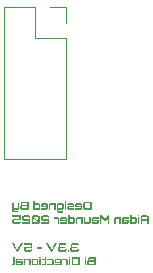
<source format=gbo>
G04 #@! TF.GenerationSoftware,KiCad,Pcbnew,8.0.5*
G04 #@! TF.CreationDate,2025-02-14T04:05:41-05:00*
G04 #@! TF.ProjectId,UTSM Adaptor,5554534d-2041-4646-9170-746f722e6b69,rev?*
G04 #@! TF.SameCoordinates,Original*
G04 #@! TF.FileFunction,Legend,Bot*
G04 #@! TF.FilePolarity,Positive*
%FSLAX46Y46*%
G04 Gerber Fmt 4.6, Leading zero omitted, Abs format (unit mm)*
G04 Created by KiCad (PCBNEW 8.0.5) date 2025-02-14 04:05:41*
%MOMM*%
%LPD*%
G01*
G04 APERTURE LIST*
G04 Aperture macros list*
%AMRoundRect*
0 Rectangle with rounded corners*
0 $1 Rounding radius*
0 $2 $3 $4 $5 $6 $7 $8 $9 X,Y pos of 4 corners*
0 Add a 4 corners polygon primitive as box body*
4,1,4,$2,$3,$4,$5,$6,$7,$8,$9,$2,$3,0*
0 Add four circle primitives for the rounded corners*
1,1,$1+$1,$2,$3*
1,1,$1+$1,$4,$5*
1,1,$1+$1,$6,$7*
1,1,$1+$1,$8,$9*
0 Add four rect primitives between the rounded corners*
20,1,$1+$1,$2,$3,$4,$5,0*
20,1,$1+$1,$4,$5,$6,$7,0*
20,1,$1+$1,$6,$7,$8,$9,0*
20,1,$1+$1,$8,$9,$2,$3,0*%
G04 Aperture macros list end*
%ADD10C,0.175000*%
%ADD11C,0.120000*%
%ADD12RoundRect,0.250000X0.625000X-0.350000X0.625000X0.350000X-0.625000X0.350000X-0.625000X-0.350000X0*%
%ADD13O,1.750000X1.200000*%
%ADD14R,1.700000X1.700000*%
%ADD15O,1.700000X1.700000*%
G04 APERTURE END LIST*
D10*
G36*
X118567675Y-72177000D02*
G01*
X117999200Y-72177000D01*
X117963339Y-72172426D01*
X117930641Y-72158706D01*
X117902517Y-72137078D01*
X117880718Y-72109124D01*
X117866741Y-72076341D01*
X117862082Y-72040565D01*
X117862082Y-71613311D01*
X117992703Y-71613311D01*
X117992703Y-72035094D01*
X117996294Y-72043472D01*
X118004671Y-72046891D01*
X118426967Y-72046891D01*
X118435516Y-72043472D01*
X118438935Y-72035094D01*
X118438935Y-71613311D01*
X118435516Y-71605105D01*
X118426967Y-71601515D01*
X118004671Y-71601515D01*
X117996294Y-71605105D01*
X117992703Y-71613311D01*
X117862082Y-71613311D01*
X117862082Y-71607840D01*
X117866741Y-71572108D01*
X117880718Y-71539452D01*
X117902517Y-71511413D01*
X117930641Y-71489871D01*
X117963339Y-71476023D01*
X117999200Y-71471406D01*
X118567675Y-71471406D01*
X118567675Y-72177000D01*
G37*
G36*
X117657602Y-71613183D02*
G01*
X117689745Y-71627160D01*
X117717228Y-71648659D01*
X117738813Y-71676228D01*
X117752662Y-71708243D01*
X117757278Y-71743420D01*
X117757278Y-72042275D01*
X117752662Y-72077367D01*
X117738813Y-72109466D01*
X117717228Y-72136950D01*
X117689745Y-72158535D01*
X117657602Y-72172383D01*
X117622382Y-72177000D01*
X117180083Y-72177000D01*
X117180083Y-72048601D01*
X117617082Y-72048601D01*
X117625460Y-72045182D01*
X117628879Y-72036804D01*
X117628879Y-71957303D01*
X117180083Y-71957303D01*
X117180083Y-71748720D01*
X117308652Y-71748720D01*
X117308652Y-71841727D01*
X117628879Y-71841727D01*
X117628879Y-71748720D01*
X117625460Y-71740513D01*
X117617082Y-71736923D01*
X117320620Y-71736923D01*
X117312243Y-71740513D01*
X117308652Y-71748720D01*
X117180083Y-71748720D01*
X117180083Y-71743420D01*
X117184656Y-71708413D01*
X117198377Y-71676228D01*
X117219705Y-71648531D01*
X117247103Y-71626989D01*
X117279331Y-71613140D01*
X117315149Y-71608524D01*
X117622382Y-71608524D01*
X117657602Y-71613183D01*
G37*
G36*
X116954403Y-72177000D02*
G01*
X116989622Y-72172383D01*
X117021765Y-72158535D01*
X117049248Y-72136950D01*
X117070833Y-72109466D01*
X117084682Y-72077367D01*
X117089298Y-72042275D01*
X117089298Y-72020220D01*
X116960899Y-72020220D01*
X116960899Y-72036804D01*
X116957480Y-72045182D01*
X116949103Y-72048601D01*
X116652641Y-72048601D01*
X116644263Y-72045182D01*
X116640673Y-72036804D01*
X116640673Y-71969100D01*
X116644263Y-71960893D01*
X116652641Y-71957303D01*
X116954403Y-71957303D01*
X116989622Y-71952687D01*
X117021765Y-71938838D01*
X117049248Y-71917253D01*
X117070833Y-71889770D01*
X117084682Y-71857670D01*
X117089298Y-71822579D01*
X117089298Y-71743420D01*
X117084682Y-71708243D01*
X117070833Y-71676228D01*
X117049248Y-71648659D01*
X117021765Y-71627160D01*
X116989622Y-71613183D01*
X116954403Y-71608524D01*
X116647170Y-71608524D01*
X116611351Y-71613183D01*
X116579123Y-71627160D01*
X116551555Y-71648659D01*
X116530055Y-71676228D01*
X116516078Y-71708243D01*
X116511419Y-71743420D01*
X116511419Y-71765475D01*
X116640673Y-71765475D01*
X116640673Y-71748720D01*
X116644263Y-71740513D01*
X116652641Y-71736923D01*
X116949103Y-71736923D01*
X116957480Y-71740513D01*
X116960899Y-71748720D01*
X116960899Y-71816424D01*
X116957480Y-71824801D01*
X116949103Y-71828221D01*
X116647170Y-71828221D01*
X116611351Y-71832880D01*
X116579123Y-71846856D01*
X116551555Y-71868356D01*
X116530055Y-71895925D01*
X116516078Y-71927939D01*
X116511419Y-71963116D01*
X116511419Y-72042275D01*
X116516078Y-72077367D01*
X116530055Y-72109466D01*
X116551555Y-72136950D01*
X116579123Y-72158535D01*
X116611351Y-72172383D01*
X116647170Y-72177000D01*
X116954403Y-72177000D01*
G37*
G36*
X116413112Y-72177000D02*
G01*
X116413112Y-71608524D01*
X116284713Y-71608524D01*
X116284713Y-72177000D01*
X116413112Y-72177000D01*
G37*
G36*
X116413112Y-71551420D02*
G01*
X116413112Y-71422338D01*
X116284713Y-71422338D01*
X116284713Y-71551420D01*
X116413112Y-71551420D01*
G37*
G36*
X116106263Y-71613183D02*
G01*
X116138534Y-71627160D01*
X116166274Y-71648659D01*
X116187944Y-71676228D01*
X116201793Y-71708243D01*
X116206409Y-71743420D01*
X116206409Y-72042275D01*
X116201793Y-72077153D01*
X116187944Y-72109295D01*
X116166402Y-72136993D01*
X116138705Y-72158535D01*
X116106391Y-72172383D01*
X116071001Y-72177000D01*
X115757271Y-72177000D01*
X115757271Y-72260262D01*
X115760861Y-72268468D01*
X115769068Y-72272059D01*
X116111692Y-72272059D01*
X116111692Y-72401483D01*
X115763597Y-72401483D01*
X115727949Y-72396910D01*
X115695551Y-72383189D01*
X115667982Y-72361861D01*
X115646824Y-72334463D01*
X115633360Y-72302192D01*
X115628872Y-72266246D01*
X115628872Y-71748720D01*
X115757271Y-71748720D01*
X115757271Y-72036804D01*
X115760861Y-72045182D01*
X115769068Y-72048601D01*
X116066213Y-72048601D01*
X116074591Y-72045182D01*
X116078010Y-72036804D01*
X116078010Y-71748720D01*
X116074591Y-71740513D01*
X116066213Y-71736923D01*
X115769068Y-71736923D01*
X115760861Y-71740513D01*
X115757271Y-71748720D01*
X115628872Y-71748720D01*
X115628872Y-71743420D01*
X115633403Y-71708243D01*
X115646995Y-71676228D01*
X115668110Y-71648659D01*
X115695551Y-71627160D01*
X115727778Y-71613183D01*
X115763597Y-71608524D01*
X116071001Y-71608524D01*
X116106263Y-71613183D01*
G37*
G36*
X115524752Y-72177000D02*
G01*
X115524752Y-71608524D01*
X115082452Y-71608524D01*
X115047104Y-71613183D01*
X115014919Y-71627160D01*
X114987307Y-71648659D01*
X114966022Y-71676228D01*
X114952301Y-71708243D01*
X114947728Y-71743420D01*
X114947728Y-72177000D01*
X115075955Y-72177000D01*
X115075955Y-71748720D01*
X115079546Y-71740513D01*
X115087923Y-71736923D01*
X115384385Y-71736923D01*
X115392934Y-71740513D01*
X115396524Y-71748720D01*
X115396524Y-72177000D01*
X115524752Y-72177000D01*
G37*
G36*
X114766842Y-71613183D02*
G01*
X114798984Y-71627160D01*
X114826467Y-71648659D01*
X114848052Y-71676228D01*
X114861901Y-71708243D01*
X114866517Y-71743420D01*
X114866517Y-72042275D01*
X114861901Y-72077367D01*
X114848052Y-72109466D01*
X114826467Y-72136950D01*
X114798984Y-72158535D01*
X114766842Y-72172383D01*
X114731622Y-72177000D01*
X114289322Y-72177000D01*
X114289322Y-72048601D01*
X114726322Y-72048601D01*
X114734699Y-72045182D01*
X114738119Y-72036804D01*
X114738119Y-71957303D01*
X114289322Y-71957303D01*
X114289322Y-71748720D01*
X114417892Y-71748720D01*
X114417892Y-71841727D01*
X114738119Y-71841727D01*
X114738119Y-71748720D01*
X114734699Y-71740513D01*
X114726322Y-71736923D01*
X114429860Y-71736923D01*
X114421482Y-71740513D01*
X114417892Y-71748720D01*
X114289322Y-71748720D01*
X114289322Y-71743420D01*
X114293896Y-71708413D01*
X114307616Y-71676228D01*
X114328945Y-71648531D01*
X114356343Y-71626989D01*
X114388570Y-71613140D01*
X114424389Y-71608524D01*
X114731622Y-71608524D01*
X114766842Y-71613183D01*
G37*
G36*
X113766667Y-71608524D02*
G01*
X114081081Y-71608524D01*
X114117027Y-71613183D01*
X114149298Y-71627160D01*
X114176696Y-71648659D01*
X114198024Y-71676228D01*
X114211616Y-71708243D01*
X114216147Y-71743420D01*
X114216147Y-72042275D01*
X114211574Y-72077153D01*
X114197853Y-72109295D01*
X114176525Y-72136993D01*
X114149127Y-72158535D01*
X114116899Y-72172383D01*
X114081081Y-72177000D01*
X113638269Y-72177000D01*
X113638269Y-71748720D01*
X113766667Y-71748720D01*
X113766667Y-72036804D01*
X113770257Y-72045182D01*
X113778464Y-72048601D01*
X114074926Y-72048601D01*
X114083474Y-72045182D01*
X114086894Y-72036804D01*
X114086894Y-71748720D01*
X114083474Y-71740513D01*
X114074926Y-71736923D01*
X113778464Y-71736923D01*
X113770257Y-71740513D01*
X113766667Y-71748720D01*
X113638269Y-71748720D01*
X113638269Y-71422338D01*
X113766667Y-71422338D01*
X113766667Y-71608524D01*
G37*
G36*
X113228283Y-72177000D02*
G01*
X112659807Y-72177000D01*
X112623946Y-72172426D01*
X112591248Y-72158706D01*
X112563252Y-72137078D01*
X112541496Y-72109124D01*
X112527391Y-72076341D01*
X112522689Y-72040565D01*
X112522689Y-71894728D01*
X112653310Y-71894728D01*
X112653310Y-72035094D01*
X112656901Y-72043472D01*
X112665278Y-72046891D01*
X113087061Y-72046891D01*
X113095439Y-72043472D01*
X113098858Y-72035094D01*
X113098858Y-71894728D01*
X113095439Y-71886521D01*
X113087061Y-71882931D01*
X112665278Y-71882931D01*
X112656901Y-71886521D01*
X112653310Y-71894728D01*
X112522689Y-71894728D01*
X112522689Y-71888744D01*
X112523675Y-71873407D01*
X112532777Y-71840018D01*
X112541280Y-71822002D01*
X112559619Y-71792830D01*
X112553122Y-71770775D01*
X112551070Y-71745642D01*
X112551070Y-71613311D01*
X112682033Y-71613311D01*
X112682033Y-71741026D01*
X112685453Y-71749404D01*
X112693659Y-71752823D01*
X113087061Y-71752823D01*
X113095439Y-71749404D01*
X113098858Y-71741026D01*
X113098858Y-71613311D01*
X113095439Y-71605105D01*
X113087061Y-71601515D01*
X112693659Y-71601515D01*
X112685453Y-71605105D01*
X112682033Y-71613311D01*
X112551070Y-71613311D01*
X112551070Y-71607840D01*
X112555772Y-71572108D01*
X112569877Y-71539452D01*
X112591590Y-71511413D01*
X112619458Y-71489871D01*
X112651943Y-71476023D01*
X112687504Y-71471406D01*
X113228283Y-71471406D01*
X113228283Y-72177000D01*
G37*
G36*
X112334964Y-72387464D02*
G01*
X112334964Y-72258210D01*
X111992341Y-72258210D01*
X111984134Y-72254620D01*
X111980544Y-72246413D01*
X111980544Y-72177000D01*
X112294274Y-72177000D01*
X112329664Y-72172383D01*
X112361978Y-72158535D01*
X112389675Y-72136993D01*
X112411217Y-72109295D01*
X112425066Y-72077153D01*
X112429682Y-72042275D01*
X112429682Y-71610576D01*
X112301454Y-71610576D01*
X112301454Y-72036804D01*
X112298035Y-72045182D01*
X112289486Y-72048601D01*
X111992341Y-72048601D01*
X111984134Y-72045182D01*
X111980544Y-72036804D01*
X111980544Y-71610576D01*
X111852145Y-71610576D01*
X111852145Y-72252397D01*
X111856633Y-72288344D01*
X111870097Y-72320614D01*
X111891254Y-72347969D01*
X111918823Y-72369170D01*
X111951265Y-72382890D01*
X111987040Y-72387464D01*
X112334964Y-72387464D01*
G37*
G36*
X123314272Y-72652023D02*
G01*
X123346970Y-72665871D01*
X123374924Y-72687413D01*
X123396552Y-72715452D01*
X123410400Y-72748108D01*
X123415016Y-72783840D01*
X123415016Y-73353000D01*
X123285592Y-73353000D01*
X123285592Y-73116206D01*
X122840044Y-73116206D01*
X122840044Y-73353000D01*
X122709423Y-73353000D01*
X122709423Y-72789311D01*
X122840044Y-72789311D01*
X122840044Y-72986098D01*
X123285592Y-72986098D01*
X123285592Y-72789311D01*
X123282173Y-72781105D01*
X123273624Y-72777515D01*
X122852012Y-72777515D01*
X122843635Y-72781105D01*
X122840044Y-72789311D01*
X122709423Y-72789311D01*
X122709423Y-72783840D01*
X122714082Y-72748108D01*
X122728059Y-72715452D01*
X122749858Y-72687413D01*
X122777982Y-72665871D01*
X122810680Y-72652023D01*
X122846541Y-72647406D01*
X123278411Y-72647406D01*
X123314272Y-72652023D01*
G37*
G36*
X122601541Y-73353000D02*
G01*
X122601541Y-72784524D01*
X122473143Y-72784524D01*
X122473143Y-73353000D01*
X122601541Y-73353000D01*
G37*
G36*
X122601541Y-72727420D02*
G01*
X122601541Y-72598338D01*
X122473143Y-72598338D01*
X122473143Y-72727420D01*
X122601541Y-72727420D01*
G37*
G36*
X121949291Y-72784524D02*
G01*
X122263705Y-72784524D01*
X122299651Y-72789183D01*
X122331922Y-72803160D01*
X122359319Y-72824659D01*
X122380648Y-72852228D01*
X122394240Y-72884243D01*
X122398771Y-72919420D01*
X122398771Y-73218275D01*
X122394197Y-73253153D01*
X122380477Y-73285295D01*
X122359149Y-73312993D01*
X122331751Y-73334535D01*
X122299523Y-73348383D01*
X122263705Y-73353000D01*
X121820892Y-73353000D01*
X121820892Y-72924720D01*
X121949291Y-72924720D01*
X121949291Y-73212804D01*
X121952881Y-73221182D01*
X121961088Y-73224601D01*
X122257550Y-73224601D01*
X122266098Y-73221182D01*
X122269518Y-73212804D01*
X122269518Y-72924720D01*
X122266098Y-72916513D01*
X122257550Y-72912923D01*
X121961088Y-72912923D01*
X121952881Y-72916513D01*
X121949291Y-72924720D01*
X121820892Y-72924720D01*
X121820892Y-72598338D01*
X121949291Y-72598338D01*
X121949291Y-72784524D01*
G37*
G36*
X121717284Y-72912923D02*
G01*
X121280627Y-72912923D01*
X121272250Y-72916513D01*
X121268659Y-72924720D01*
X121268659Y-73004221D01*
X121717284Y-73004221D01*
X121717284Y-73218275D01*
X121712754Y-73253367D01*
X121699162Y-73285466D01*
X121677748Y-73312950D01*
X121650093Y-73334535D01*
X121617823Y-73348383D01*
X121582560Y-73353000D01*
X121140090Y-73353000D01*
X121140090Y-73224601D01*
X121268659Y-73224601D01*
X121577089Y-73224601D01*
X121585467Y-73221182D01*
X121588886Y-73212804D01*
X121588886Y-73119796D01*
X121268659Y-73119796D01*
X121268659Y-73224601D01*
X121140090Y-73224601D01*
X121140090Y-72919420D01*
X121144663Y-72884413D01*
X121158384Y-72852228D01*
X121179712Y-72824531D01*
X121207110Y-72802989D01*
X121239338Y-72789140D01*
X121275156Y-72784524D01*
X121717284Y-72784524D01*
X121717284Y-72912923D01*
G37*
G36*
X121045714Y-73353000D02*
G01*
X121045714Y-72784524D01*
X120603415Y-72784524D01*
X120568067Y-72789183D01*
X120535882Y-72803160D01*
X120508270Y-72824659D01*
X120486984Y-72852228D01*
X120473264Y-72884243D01*
X120468691Y-72919420D01*
X120468691Y-73353000D01*
X120596918Y-73353000D01*
X120596918Y-72924720D01*
X120600508Y-72916513D01*
X120608886Y-72912923D01*
X120905348Y-72912923D01*
X120913896Y-72916513D01*
X120917487Y-72924720D01*
X120917487Y-73353000D01*
X121045714Y-73353000D01*
G37*
G36*
X120062466Y-73353000D02*
G01*
X120062466Y-72647406D01*
X119920561Y-72647406D01*
X119664790Y-72952417D01*
X119409531Y-72647406D01*
X119266942Y-72647406D01*
X119266942Y-73353000D01*
X119397051Y-73353000D01*
X119397051Y-72835473D01*
X119664790Y-73154503D01*
X119933042Y-72836157D01*
X119933042Y-73353000D01*
X120062466Y-73353000D01*
G37*
G36*
X119164360Y-72912923D02*
G01*
X118727703Y-72912923D01*
X118719326Y-72916513D01*
X118715735Y-72924720D01*
X118715735Y-73004221D01*
X119164360Y-73004221D01*
X119164360Y-73218275D01*
X119159830Y-73253367D01*
X119146238Y-73285466D01*
X119124824Y-73312950D01*
X119097169Y-73334535D01*
X119064899Y-73348383D01*
X119029636Y-73353000D01*
X118587166Y-73353000D01*
X118587166Y-73224601D01*
X118715735Y-73224601D01*
X119024165Y-73224601D01*
X119032543Y-73221182D01*
X119035962Y-73212804D01*
X119035962Y-73119796D01*
X118715735Y-73119796D01*
X118715735Y-73224601D01*
X118587166Y-73224601D01*
X118587166Y-72919420D01*
X118591739Y-72884413D01*
X118605460Y-72852228D01*
X118626788Y-72824531D01*
X118654186Y-72802989D01*
X118686414Y-72789140D01*
X118722232Y-72784524D01*
X119164360Y-72784524D01*
X119164360Y-72912923D01*
G37*
G36*
X118348834Y-73353000D02*
G01*
X118384224Y-73348383D01*
X118416538Y-73334535D01*
X118444064Y-73312950D01*
X118465435Y-73285466D01*
X118479027Y-73253367D01*
X118483558Y-73218275D01*
X118483558Y-72784524D01*
X118355330Y-72784524D01*
X118355330Y-73212804D01*
X118351911Y-73221182D01*
X118343363Y-73224601D01*
X118046901Y-73224601D01*
X118038523Y-73221182D01*
X118034762Y-73212804D01*
X118034762Y-72784524D01*
X117906363Y-72784524D01*
X117906363Y-73218275D01*
X117910937Y-73253367D01*
X117924657Y-73285466D01*
X117945900Y-73312950D01*
X117973384Y-73334535D01*
X118005654Y-73348383D01*
X118041601Y-73353000D01*
X118348834Y-73353000D01*
G37*
G36*
X117800020Y-73353000D02*
G01*
X117800020Y-72784524D01*
X117357721Y-72784524D01*
X117322373Y-72789183D01*
X117290187Y-72803160D01*
X117262576Y-72824659D01*
X117241290Y-72852228D01*
X117227570Y-72884243D01*
X117222996Y-72919420D01*
X117222996Y-73353000D01*
X117351224Y-73353000D01*
X117351224Y-72924720D01*
X117354814Y-72916513D01*
X117363192Y-72912923D01*
X117659654Y-72912923D01*
X117668202Y-72916513D01*
X117671792Y-72924720D01*
X117671792Y-73353000D01*
X117800020Y-73353000D01*
G37*
G36*
X116699144Y-72784524D02*
G01*
X117013558Y-72784524D01*
X117049504Y-72789183D01*
X117081775Y-72803160D01*
X117109173Y-72824659D01*
X117130501Y-72852228D01*
X117144094Y-72884243D01*
X117148624Y-72919420D01*
X117148624Y-73218275D01*
X117144051Y-73253153D01*
X117130330Y-73285295D01*
X117109002Y-73312993D01*
X117081604Y-73334535D01*
X117049376Y-73348383D01*
X117013558Y-73353000D01*
X116570746Y-73353000D01*
X116570746Y-72924720D01*
X116699144Y-72924720D01*
X116699144Y-73212804D01*
X116702735Y-73221182D01*
X116710941Y-73224601D01*
X117007403Y-73224601D01*
X117015952Y-73221182D01*
X117019371Y-73212804D01*
X117019371Y-72924720D01*
X117015952Y-72916513D01*
X117007403Y-72912923D01*
X116710941Y-72912923D01*
X116702735Y-72916513D01*
X116699144Y-72924720D01*
X116570746Y-72924720D01*
X116570746Y-72598338D01*
X116699144Y-72598338D01*
X116699144Y-72784524D01*
G37*
G36*
X116389688Y-72789183D02*
G01*
X116421831Y-72803160D01*
X116449314Y-72824659D01*
X116470899Y-72852228D01*
X116484748Y-72884243D01*
X116489364Y-72919420D01*
X116489364Y-73218275D01*
X116484748Y-73253367D01*
X116470899Y-73285466D01*
X116449314Y-73312950D01*
X116421831Y-73334535D01*
X116389688Y-73348383D01*
X116354469Y-73353000D01*
X115912169Y-73353000D01*
X115912169Y-73224601D01*
X116349169Y-73224601D01*
X116357546Y-73221182D01*
X116360966Y-73212804D01*
X116360966Y-73133303D01*
X115912169Y-73133303D01*
X115912169Y-72924720D01*
X116040739Y-72924720D01*
X116040739Y-73017727D01*
X116360966Y-73017727D01*
X116360966Y-72924720D01*
X116357546Y-72916513D01*
X116349169Y-72912923D01*
X116052707Y-72912923D01*
X116044329Y-72916513D01*
X116040739Y-72924720D01*
X115912169Y-72924720D01*
X115912169Y-72919420D01*
X115916743Y-72884413D01*
X115930463Y-72852228D01*
X115951792Y-72824531D01*
X115979190Y-72802989D01*
X116011417Y-72789140D01*
X116047236Y-72784524D01*
X116354469Y-72784524D01*
X116389688Y-72789183D01*
G37*
G36*
X115816768Y-73353000D02*
G01*
X115816768Y-72919420D01*
X115812152Y-72884243D01*
X115798303Y-72852228D01*
X115776633Y-72824659D01*
X115748893Y-72803160D01*
X115716622Y-72789183D01*
X115681360Y-72784524D01*
X115365920Y-72784524D01*
X115365920Y-72912923D01*
X115676573Y-72912923D01*
X115684950Y-72916513D01*
X115688370Y-72924720D01*
X115688370Y-73353000D01*
X115816768Y-73353000D01*
G37*
G36*
X115000728Y-73353000D02*
G01*
X115000728Y-73082354D01*
X114996155Y-73046408D01*
X114982434Y-73014137D01*
X114960978Y-72986696D01*
X114933537Y-72965581D01*
X114901266Y-72951989D01*
X114865320Y-72947459D01*
X114441998Y-72947459D01*
X114433792Y-72944039D01*
X114430201Y-72935662D01*
X114430201Y-72787602D01*
X114433792Y-72779224D01*
X114441998Y-72775634D01*
X114860533Y-72775634D01*
X114869081Y-72779224D01*
X114872501Y-72787602D01*
X114872501Y-72835302D01*
X115000728Y-72835302D01*
X115000728Y-72782131D01*
X114996155Y-72746312D01*
X114982434Y-72714085D01*
X114960978Y-72686601D01*
X114933537Y-72665358D01*
X114901266Y-72651638D01*
X114865320Y-72647064D01*
X114437211Y-72647064D01*
X114401820Y-72651638D01*
X114369507Y-72665358D01*
X114341810Y-72686687D01*
X114320268Y-72714085D01*
X114306419Y-72746312D01*
X114301803Y-72782131D01*
X114301803Y-72941133D01*
X114306419Y-72976524D01*
X114320268Y-73008837D01*
X114341810Y-73036534D01*
X114369507Y-73058076D01*
X114401820Y-73071925D01*
X114437211Y-73076541D01*
X114860533Y-73076541D01*
X114869081Y-73080131D01*
X114872501Y-73088338D01*
X114872501Y-73212804D01*
X114869081Y-73221182D01*
X114860533Y-73224601D01*
X114301803Y-73224601D01*
X114301803Y-73353000D01*
X115000728Y-73353000D01*
G37*
G36*
X114087919Y-72652151D02*
G01*
X114120233Y-72666384D01*
X114147802Y-72688311D01*
X114169301Y-72716478D01*
X114183022Y-72749304D01*
X114187595Y-72785208D01*
X114187595Y-73211436D01*
X114183022Y-73246827D01*
X114169301Y-73280166D01*
X114147802Y-73309488D01*
X114120233Y-73332825D01*
X114087919Y-73347956D01*
X114052187Y-73353000D01*
X113624078Y-73353000D01*
X113588730Y-73347956D01*
X113556545Y-73332825D01*
X113528848Y-73309488D01*
X113507305Y-73280166D01*
X113493329Y-73246827D01*
X113488670Y-73211436D01*
X113488670Y-73205965D01*
X113617068Y-73205965D01*
X113620658Y-73214514D01*
X113628865Y-73217933D01*
X114000896Y-73217933D01*
X113617068Y-72898048D01*
X113617068Y-73205965D01*
X113488670Y-73205965D01*
X113488670Y-72785208D01*
X113489513Y-72778711D01*
X113675711Y-72778711D01*
X114059367Y-73098596D01*
X114059367Y-72790679D01*
X114055948Y-72782302D01*
X114047400Y-72778711D01*
X113675711Y-72778711D01*
X113489513Y-72778711D01*
X113493329Y-72749304D01*
X113507305Y-72716478D01*
X113528848Y-72688311D01*
X113556545Y-72666384D01*
X113588730Y-72652151D01*
X113624078Y-72647406D01*
X114052187Y-72647406D01*
X114087919Y-72652151D01*
G37*
G36*
X113370358Y-73353000D02*
G01*
X113370358Y-73082354D01*
X113365785Y-73046408D01*
X113352065Y-73014137D01*
X113330608Y-72986696D01*
X113303167Y-72965581D01*
X113270897Y-72951989D01*
X113234950Y-72947459D01*
X112811628Y-72947459D01*
X112803422Y-72944039D01*
X112799832Y-72935662D01*
X112799832Y-72787602D01*
X112803422Y-72779224D01*
X112811628Y-72775634D01*
X113230163Y-72775634D01*
X113238712Y-72779224D01*
X113242131Y-72787602D01*
X113242131Y-72835302D01*
X113370358Y-72835302D01*
X113370358Y-72782131D01*
X113365785Y-72746312D01*
X113352065Y-72714085D01*
X113330608Y-72686601D01*
X113303167Y-72665358D01*
X113270897Y-72651638D01*
X113234950Y-72647064D01*
X112806841Y-72647064D01*
X112771451Y-72651638D01*
X112739137Y-72665358D01*
X112711440Y-72686687D01*
X112689898Y-72714085D01*
X112676049Y-72746312D01*
X112671433Y-72782131D01*
X112671433Y-72941133D01*
X112676049Y-72976524D01*
X112689898Y-73008837D01*
X112711440Y-73036534D01*
X112739137Y-73058076D01*
X112771451Y-73071925D01*
X112806841Y-73076541D01*
X113230163Y-73076541D01*
X113238712Y-73080131D01*
X113242131Y-73088338D01*
X113242131Y-73212804D01*
X113238712Y-73221182D01*
X113230163Y-73224601D01*
X112671433Y-73224601D01*
X112671433Y-73353000D01*
X113370358Y-73353000D01*
G37*
G36*
X112421817Y-73353000D02*
G01*
X112457763Y-73348383D01*
X112490034Y-73334535D01*
X112517475Y-73312950D01*
X112538931Y-73285466D01*
X112552652Y-73253367D01*
X112557225Y-73218275D01*
X112557225Y-73171600D01*
X112428998Y-73171600D01*
X112428998Y-73212804D01*
X112425578Y-73221182D01*
X112417030Y-73224601D01*
X111998495Y-73224601D01*
X111990289Y-73221182D01*
X111986698Y-73212804D01*
X111986698Y-73069873D01*
X111990289Y-73061496D01*
X111998495Y-73057905D01*
X112557225Y-73057905D01*
X112557225Y-72647064D01*
X111858300Y-72647064D01*
X111858300Y-72775634D01*
X112417030Y-72775634D01*
X112425578Y-72779224D01*
X112428998Y-72787602D01*
X112428998Y-72916855D01*
X112425578Y-72925404D01*
X112417030Y-72928994D01*
X111993708Y-72928994D01*
X111958317Y-72933482D01*
X111926004Y-72946946D01*
X111898307Y-72968018D01*
X111876765Y-72995672D01*
X111862916Y-73028071D01*
X111858300Y-73063718D01*
X111858300Y-73218275D01*
X111862959Y-73253367D01*
X111876936Y-73285466D01*
X111898478Y-73312950D01*
X111926175Y-73334535D01*
X111958445Y-73348383D01*
X111993708Y-73353000D01*
X112421817Y-73353000D01*
G37*
G36*
X117336349Y-75705000D02*
G01*
X117372296Y-75700383D01*
X117404566Y-75686535D01*
X117432050Y-75664950D01*
X117453635Y-75637466D01*
X117467483Y-75605367D01*
X117472100Y-75570275D01*
X117472100Y-75527533D01*
X117343530Y-75527533D01*
X117343530Y-75564804D01*
X117340111Y-75573182D01*
X117331562Y-75576601D01*
X116913028Y-75576601D01*
X116904821Y-75573182D01*
X116901231Y-75564804D01*
X116901231Y-75424096D01*
X116904821Y-75415889D01*
X116913028Y-75412299D01*
X117350369Y-75412299D01*
X117350369Y-75283900D01*
X116941067Y-75283900D01*
X116932689Y-75280481D01*
X116929099Y-75272103D01*
X116929099Y-75139602D01*
X116932689Y-75131224D01*
X116941067Y-75127634D01*
X117331562Y-75127634D01*
X117340111Y-75131224D01*
X117343530Y-75139602D01*
X117343530Y-75185422D01*
X117472100Y-75185422D01*
X117472100Y-75134131D01*
X117467483Y-75098312D01*
X117453635Y-75066085D01*
X117432135Y-75038687D01*
X117404566Y-75017358D01*
X117372125Y-75003638D01*
X117336349Y-74999064D01*
X116935596Y-74999064D01*
X116899778Y-75003638D01*
X116867550Y-75017358D01*
X116840109Y-75038601D01*
X116818994Y-75066085D01*
X116805402Y-75098312D01*
X116800871Y-75134131D01*
X116800871Y-75277404D01*
X116802923Y-75301681D01*
X116808565Y-75324420D01*
X116788318Y-75353571D01*
X116781894Y-75368531D01*
X116773717Y-75402787D01*
X116772832Y-75418625D01*
X116772832Y-75570275D01*
X116777406Y-75605367D01*
X116791126Y-75637466D01*
X116812412Y-75664950D01*
X116840024Y-75686535D01*
X116872337Y-75700383D01*
X116907728Y-75705000D01*
X117336349Y-75705000D01*
G37*
G36*
X116662044Y-75705000D02*
G01*
X116662044Y-75576601D01*
X116533816Y-75576601D01*
X116533816Y-75705000D01*
X116662044Y-75705000D01*
G37*
G36*
X116305058Y-75705000D02*
G01*
X116341005Y-75700383D01*
X116373275Y-75686535D01*
X116400759Y-75664950D01*
X116422344Y-75637466D01*
X116436192Y-75605367D01*
X116440809Y-75570275D01*
X116440809Y-75527533D01*
X116312239Y-75527533D01*
X116312239Y-75564804D01*
X116308820Y-75573182D01*
X116300271Y-75576601D01*
X115881737Y-75576601D01*
X115873530Y-75573182D01*
X115869940Y-75564804D01*
X115869940Y-75424096D01*
X115873530Y-75415889D01*
X115881737Y-75412299D01*
X116319078Y-75412299D01*
X116319078Y-75283900D01*
X115909776Y-75283900D01*
X115901398Y-75280481D01*
X115897808Y-75272103D01*
X115897808Y-75139602D01*
X115901398Y-75131224D01*
X115909776Y-75127634D01*
X116300271Y-75127634D01*
X116308820Y-75131224D01*
X116312239Y-75139602D01*
X116312239Y-75185422D01*
X116440809Y-75185422D01*
X116440809Y-75134131D01*
X116436192Y-75098312D01*
X116422344Y-75066085D01*
X116400844Y-75038687D01*
X116373275Y-75017358D01*
X116340834Y-75003638D01*
X116305058Y-74999064D01*
X115904305Y-74999064D01*
X115868487Y-75003638D01*
X115836259Y-75017358D01*
X115808818Y-75038601D01*
X115787703Y-75066085D01*
X115774111Y-75098312D01*
X115769580Y-75134131D01*
X115769580Y-75277404D01*
X115771632Y-75301681D01*
X115777274Y-75324420D01*
X115757027Y-75353571D01*
X115750603Y-75368531D01*
X115742426Y-75402787D01*
X115741541Y-75418625D01*
X115741541Y-75570275D01*
X115746115Y-75605367D01*
X115759835Y-75637466D01*
X115781121Y-75664950D01*
X115808733Y-75686535D01*
X115841046Y-75700383D01*
X115876437Y-75705000D01*
X116305058Y-75705000D01*
G37*
G36*
X115240770Y-75705000D02*
G01*
X115649389Y-74999406D01*
X115498935Y-74999406D01*
X115182640Y-75547878D01*
X114866517Y-74999406D01*
X114716747Y-74999406D01*
X115125024Y-75705000D01*
X115240770Y-75705000D01*
G37*
G36*
X114343691Y-75479490D02*
G01*
X114343691Y-75351092D01*
X113943279Y-75351092D01*
X113943279Y-75479490D01*
X114343691Y-75479490D01*
G37*
G36*
X113404553Y-75705000D02*
G01*
X113440499Y-75700383D01*
X113472770Y-75686535D01*
X113500210Y-75664950D01*
X113521667Y-75637466D01*
X113535387Y-75605367D01*
X113539961Y-75570275D01*
X113539961Y-75523600D01*
X113411733Y-75523600D01*
X113411733Y-75564804D01*
X113408314Y-75573182D01*
X113399765Y-75576601D01*
X112981231Y-75576601D01*
X112973024Y-75573182D01*
X112969434Y-75564804D01*
X112969434Y-75421873D01*
X112973024Y-75413496D01*
X112981231Y-75409905D01*
X113539961Y-75409905D01*
X113539961Y-74999064D01*
X112841035Y-74999064D01*
X112841035Y-75127634D01*
X113399765Y-75127634D01*
X113408314Y-75131224D01*
X113411733Y-75139602D01*
X113411733Y-75268855D01*
X113408314Y-75277404D01*
X113399765Y-75280994D01*
X112976444Y-75280994D01*
X112941053Y-75285482D01*
X112908740Y-75298946D01*
X112881042Y-75320018D01*
X112859500Y-75347672D01*
X112845652Y-75380071D01*
X112841035Y-75415718D01*
X112841035Y-75570275D01*
X112845694Y-75605367D01*
X112859671Y-75637466D01*
X112881213Y-75664950D01*
X112908911Y-75686535D01*
X112941181Y-75700383D01*
X112976444Y-75705000D01*
X113404553Y-75705000D01*
G37*
G36*
X112339751Y-75705000D02*
G01*
X112748370Y-74999406D01*
X112597916Y-74999406D01*
X112281622Y-75547878D01*
X111965498Y-74999406D01*
X111815728Y-74999406D01*
X112224005Y-75705000D01*
X112339751Y-75705000D01*
G37*
G36*
X118913377Y-76881000D02*
G01*
X118344901Y-76881000D01*
X118309040Y-76876426D01*
X118276342Y-76862706D01*
X118248346Y-76841078D01*
X118226590Y-76813124D01*
X118212485Y-76780341D01*
X118207783Y-76744565D01*
X118207783Y-76598728D01*
X118338405Y-76598728D01*
X118338405Y-76739094D01*
X118341995Y-76747472D01*
X118350372Y-76750891D01*
X118772155Y-76750891D01*
X118780533Y-76747472D01*
X118783952Y-76739094D01*
X118783952Y-76598728D01*
X118780533Y-76590521D01*
X118772155Y-76586931D01*
X118350372Y-76586931D01*
X118341995Y-76590521D01*
X118338405Y-76598728D01*
X118207783Y-76598728D01*
X118207783Y-76592744D01*
X118208769Y-76577407D01*
X118217871Y-76544018D01*
X118226374Y-76526002D01*
X118244713Y-76496830D01*
X118238216Y-76474775D01*
X118236165Y-76449642D01*
X118236165Y-76317311D01*
X118367128Y-76317311D01*
X118367128Y-76445026D01*
X118370547Y-76453404D01*
X118378753Y-76456823D01*
X118772155Y-76456823D01*
X118780533Y-76453404D01*
X118783952Y-76445026D01*
X118783952Y-76317311D01*
X118780533Y-76309105D01*
X118772155Y-76305515D01*
X118378753Y-76305515D01*
X118370547Y-76309105D01*
X118367128Y-76317311D01*
X118236165Y-76317311D01*
X118236165Y-76311840D01*
X118240866Y-76276108D01*
X118254971Y-76243452D01*
X118276684Y-76215413D01*
X118304552Y-76193871D01*
X118337037Y-76180023D01*
X118372599Y-76175406D01*
X118913377Y-76175406D01*
X118913377Y-76881000D01*
G37*
G36*
X118105031Y-76881000D02*
G01*
X118105031Y-76312524D01*
X117976632Y-76312524D01*
X117976632Y-76881000D01*
X118105031Y-76881000D01*
G37*
G36*
X118105031Y-76255420D02*
G01*
X118105031Y-76126338D01*
X117976632Y-76126338D01*
X117976632Y-76255420D01*
X118105031Y-76255420D01*
G37*
G36*
X117582204Y-76881000D02*
G01*
X117013729Y-76881000D01*
X116977868Y-76876426D01*
X116945170Y-76862706D01*
X116917046Y-76841078D01*
X116895247Y-76813124D01*
X116881270Y-76780341D01*
X116876611Y-76744565D01*
X116876611Y-76317311D01*
X117007232Y-76317311D01*
X117007232Y-76739094D01*
X117010823Y-76747472D01*
X117019200Y-76750891D01*
X117441496Y-76750891D01*
X117450044Y-76747472D01*
X117453464Y-76739094D01*
X117453464Y-76317311D01*
X117450044Y-76309105D01*
X117441496Y-76305515D01*
X117019200Y-76305515D01*
X117010823Y-76309105D01*
X117007232Y-76317311D01*
X116876611Y-76317311D01*
X116876611Y-76311840D01*
X116881270Y-76276108D01*
X116895247Y-76243452D01*
X116917046Y-76215413D01*
X116945170Y-76193871D01*
X116977868Y-76180023D01*
X117013729Y-76175406D01*
X117582204Y-76175406D01*
X117582204Y-76881000D01*
G37*
G36*
X116777619Y-76881000D02*
G01*
X116777619Y-76312524D01*
X116649221Y-76312524D01*
X116649221Y-76881000D01*
X116777619Y-76881000D01*
G37*
G36*
X116777619Y-76255420D02*
G01*
X116777619Y-76126338D01*
X116649221Y-76126338D01*
X116649221Y-76255420D01*
X116777619Y-76255420D01*
G37*
G36*
X116539629Y-76881000D02*
G01*
X116539629Y-76447420D01*
X116535013Y-76412243D01*
X116521165Y-76380228D01*
X116499494Y-76352659D01*
X116471754Y-76331160D01*
X116439484Y-76317183D01*
X116404221Y-76312524D01*
X116088781Y-76312524D01*
X116088781Y-76440923D01*
X116399434Y-76440923D01*
X116407811Y-76444513D01*
X116411231Y-76452720D01*
X116411231Y-76881000D01*
X116539629Y-76881000D01*
G37*
G36*
X115922599Y-76317183D02*
G01*
X115954741Y-76331160D01*
X115982224Y-76352659D01*
X116003809Y-76380228D01*
X116017658Y-76412243D01*
X116022274Y-76447420D01*
X116022274Y-76746275D01*
X116017658Y-76781367D01*
X116003809Y-76813466D01*
X115982224Y-76840950D01*
X115954741Y-76862535D01*
X115922599Y-76876383D01*
X115887379Y-76881000D01*
X115445079Y-76881000D01*
X115445079Y-76752601D01*
X115882079Y-76752601D01*
X115890456Y-76749182D01*
X115893876Y-76740804D01*
X115893876Y-76661303D01*
X115445079Y-76661303D01*
X115445079Y-76452720D01*
X115573649Y-76452720D01*
X115573649Y-76545727D01*
X115893876Y-76545727D01*
X115893876Y-76452720D01*
X115890456Y-76444513D01*
X115882079Y-76440923D01*
X115585617Y-76440923D01*
X115577239Y-76444513D01*
X115573649Y-76452720D01*
X115445079Y-76452720D01*
X115445079Y-76447420D01*
X115449653Y-76412413D01*
X115463373Y-76380228D01*
X115484702Y-76352531D01*
X115512100Y-76330989D01*
X115544327Y-76317140D01*
X115580146Y-76312524D01*
X115887379Y-76312524D01*
X115922599Y-76317183D01*
G37*
G36*
X115232222Y-76881000D02*
G01*
X115267442Y-76876383D01*
X115299584Y-76862535D01*
X115327067Y-76840950D01*
X115348652Y-76813466D01*
X115362501Y-76781367D01*
X115367117Y-76746275D01*
X115367117Y-76447420D01*
X115362501Y-76412243D01*
X115348652Y-76380228D01*
X115327067Y-76352659D01*
X115299584Y-76331160D01*
X115267442Y-76317183D01*
X115232222Y-76312524D01*
X114791119Y-76312524D01*
X114791119Y-76440923D01*
X115226922Y-76440923D01*
X115235299Y-76444513D01*
X115238719Y-76452720D01*
X115238719Y-76740804D01*
X115235299Y-76749182D01*
X115226922Y-76752601D01*
X114789922Y-76752601D01*
X114789922Y-76881000D01*
X115232222Y-76881000D01*
G37*
G36*
X114574500Y-76881000D02*
G01*
X114610361Y-76876383D01*
X114642717Y-76862535D01*
X114670158Y-76840950D01*
X114691615Y-76813466D01*
X114705335Y-76781367D01*
X114709908Y-76746275D01*
X114709908Y-76138477D01*
X114581681Y-76138477D01*
X114581681Y-76312524D01*
X114359933Y-76312524D01*
X114359933Y-76440923D01*
X114581681Y-76440923D01*
X114581681Y-76740804D01*
X114578261Y-76749182D01*
X114569713Y-76752601D01*
X114359933Y-76752601D01*
X114359933Y-76881000D01*
X114574500Y-76881000D01*
G37*
G36*
X114280090Y-76881000D02*
G01*
X114280090Y-76312524D01*
X114151691Y-76312524D01*
X114151691Y-76881000D01*
X114280090Y-76881000D01*
G37*
G36*
X114280090Y-76255420D02*
G01*
X114280090Y-76126338D01*
X114151691Y-76126338D01*
X114151691Y-76255420D01*
X114280090Y-76255420D01*
G37*
G36*
X113963966Y-76317183D02*
G01*
X113996109Y-76331160D01*
X114023592Y-76352659D01*
X114045177Y-76380228D01*
X114059026Y-76412243D01*
X114063642Y-76447420D01*
X114063642Y-76746275D01*
X114059026Y-76781367D01*
X114045177Y-76813466D01*
X114023592Y-76840950D01*
X113996109Y-76862535D01*
X113963966Y-76876383D01*
X113928746Y-76881000D01*
X113621513Y-76881000D01*
X113585567Y-76876383D01*
X113553296Y-76862535D01*
X113525941Y-76840950D01*
X113504741Y-76813466D01*
X113491021Y-76781367D01*
X113486447Y-76746275D01*
X113486447Y-76452720D01*
X113615017Y-76452720D01*
X113615017Y-76740804D01*
X113618607Y-76749182D01*
X113626984Y-76752601D01*
X113923446Y-76752601D01*
X113931824Y-76749182D01*
X113935243Y-76740804D01*
X113935243Y-76452720D01*
X113931824Y-76444513D01*
X113923446Y-76440923D01*
X113626984Y-76440923D01*
X113618607Y-76444513D01*
X113615017Y-76452720D01*
X113486447Y-76452720D01*
X113486447Y-76447420D01*
X113491021Y-76412413D01*
X113504741Y-76380228D01*
X113526069Y-76352531D01*
X113553467Y-76330989D01*
X113585695Y-76317140D01*
X113621513Y-76312524D01*
X113928746Y-76312524D01*
X113963966Y-76317183D01*
G37*
G36*
X113406775Y-76881000D02*
G01*
X113406775Y-76312524D01*
X112964476Y-76312524D01*
X112929128Y-76317183D01*
X112896943Y-76331160D01*
X112869331Y-76352659D01*
X112848045Y-76380228D01*
X112834325Y-76412243D01*
X112829751Y-76447420D01*
X112829751Y-76881000D01*
X112957979Y-76881000D01*
X112957979Y-76452720D01*
X112961569Y-76444513D01*
X112969947Y-76440923D01*
X113266409Y-76440923D01*
X113274957Y-76444513D01*
X113278548Y-76452720D01*
X113278548Y-76881000D01*
X113406775Y-76881000D01*
G37*
G36*
X112726998Y-76440923D02*
G01*
X112290341Y-76440923D01*
X112281964Y-76444513D01*
X112278373Y-76452720D01*
X112278373Y-76532221D01*
X112726998Y-76532221D01*
X112726998Y-76746275D01*
X112722468Y-76781367D01*
X112708876Y-76813466D01*
X112687462Y-76840950D01*
X112659807Y-76862535D01*
X112627537Y-76876383D01*
X112592274Y-76881000D01*
X112149804Y-76881000D01*
X112149804Y-76752601D01*
X112278373Y-76752601D01*
X112586803Y-76752601D01*
X112595181Y-76749182D01*
X112598600Y-76740804D01*
X112598600Y-76647796D01*
X112278373Y-76647796D01*
X112278373Y-76752601D01*
X112149804Y-76752601D01*
X112149804Y-76447420D01*
X112154377Y-76412413D01*
X112168098Y-76380228D01*
X112189426Y-76352531D01*
X112216824Y-76330989D01*
X112249052Y-76317140D01*
X112284870Y-76312524D01*
X112726998Y-76312524D01*
X112726998Y-76440923D01*
G37*
G36*
X111933698Y-76881000D02*
G01*
X111968789Y-76876383D01*
X112000889Y-76862535D01*
X112028372Y-76840950D01*
X112049957Y-76813466D01*
X112063806Y-76781367D01*
X112068422Y-76746275D01*
X112068422Y-76125654D01*
X111939340Y-76125654D01*
X111939340Y-76740804D01*
X111935920Y-76749182D01*
X111927543Y-76752601D01*
X111818635Y-76752601D01*
X111818635Y-76881000D01*
X111933698Y-76881000D01*
G37*
D11*
X111180000Y-55020000D02*
X113780000Y-55020000D01*
X111180000Y-67840000D02*
X111180000Y-55020000D01*
X111180000Y-67840000D02*
X116380000Y-67840000D01*
X113780000Y-55020000D02*
X113780000Y-57620000D01*
X113780000Y-57620000D02*
X116380000Y-57620000D01*
X115050000Y-55020000D02*
X116380000Y-55020000D01*
X116380000Y-55020000D02*
X116380000Y-56350000D01*
X116380000Y-67840000D02*
X116380000Y-57620000D01*
%LPC*%
D12*
X126300000Y-64962500D03*
D13*
X126300000Y-62962500D03*
X126300000Y-60962500D03*
X126300000Y-58962500D03*
X126300000Y-56962500D03*
D12*
X126300000Y-78000000D03*
D13*
X126300000Y-76000000D03*
X126300000Y-74000000D03*
X126300000Y-72000000D03*
X126300000Y-70000000D03*
D14*
X115050000Y-56350000D03*
D15*
X112510000Y-56350000D03*
X115050000Y-58890000D03*
X112510000Y-58890000D03*
X115050000Y-61430000D03*
X112510000Y-61430000D03*
X115050000Y-63970000D03*
X112510000Y-63970000D03*
X115050000Y-66510000D03*
X112510000Y-66510000D03*
%LPD*%
M02*

</source>
